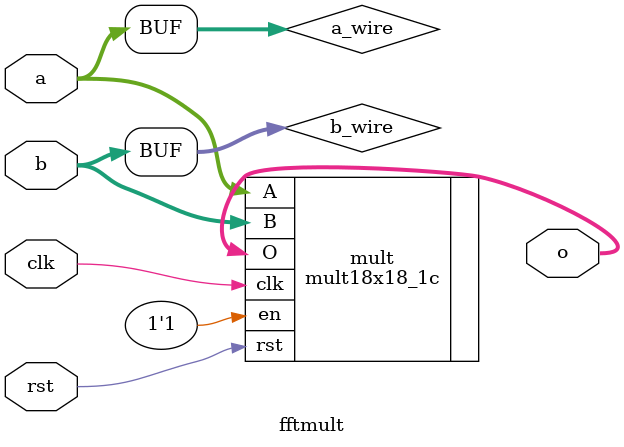
<source format=v>
module fftmult(clk, rst, a, b, o);
   parameter CWIDTH = 18;
   parameter IWIDTH = 18;
   parameter CREP = 18-(CWIDTH - 1);
   parameter IREP = 18-(CWIDTH - 1);
   input clk;
   input rst;
   input signed [(CWIDTH-1):0] a;
   input signed [(IWIDTH-1):0] b;
   output signed [((IWIDTH+1)+CWIDTH-1):0] o;
   initial
     $display("IWIDTH: %d, CWIDTH: %d", IWIDTH, CWIDTH);

   wire signed [17:0] 			   a_wire = a;
   wire signed [17:0] 			   b_wire = b;

   // assign o = a_wire*b_wire;
   // always @(a,b,o)
   //   $display("%d * %d = %d", a, b, o);
   mult18x18_1c mult(
   		     // Outputs
   		     .O			(o),
   		     // Inputs
   		     .clk		(clk),
   		     .en		(1'b1),
   		     .rst		(rst),
   		     .A			(a_wire),
   		     .B			(b_wire));
endmodule // fftmult

</source>
